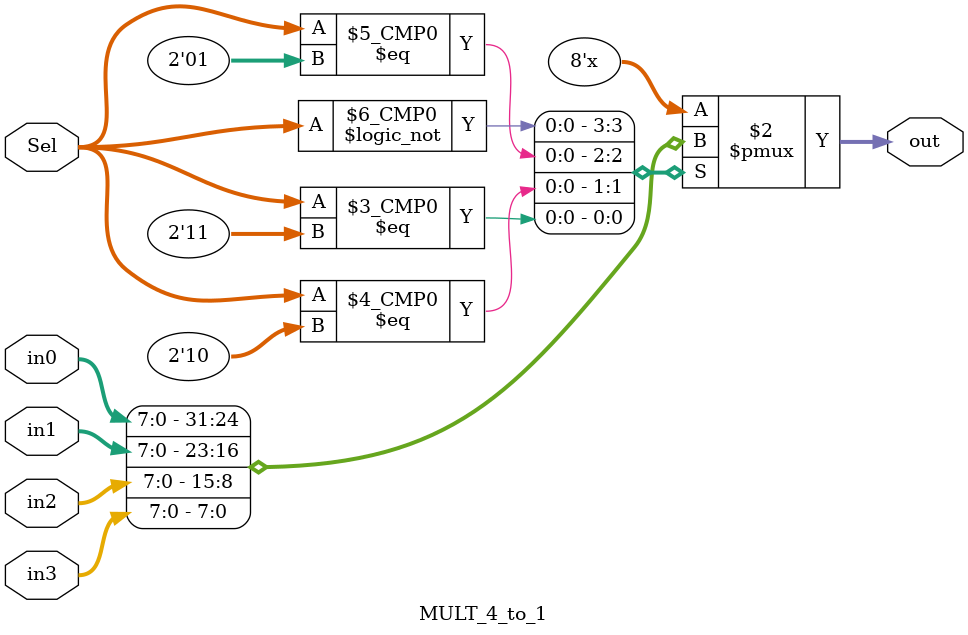
<source format=v>
`timescale 1ns / 1ps
module MULT_4_to_1#(parameter N=8)(
	input [N-1:0] in0,in1,in2,in3,
	input [1:0] Sel,
	output reg [N-1:0] out
    );
	
always @(*) begin
	case(Sel)
		2'b00: out = in0;
		2'b01: out = in1;
		2'b10: out = in2;
		2'b11: out = in3;
	endcase
end
endmodule
</source>
